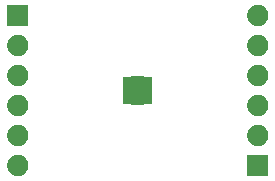
<source format=gbr>
G04 #@! TF.GenerationSoftware,KiCad,Pcbnew,(5.1.5-0-10_14)*
G04 #@! TF.CreationDate,2020-06-09T01:35:05-06:00*
G04 #@! TF.ProjectId,WSON-10,57534f4e-2d31-4302-9e6b-696361645f70,rev?*
G04 #@! TF.SameCoordinates,Original*
G04 #@! TF.FileFunction,Soldermask,Top*
G04 #@! TF.FilePolarity,Negative*
%FSLAX46Y46*%
G04 Gerber Fmt 4.6, Leading zero omitted, Abs format (unit mm)*
G04 Created by KiCad (PCBNEW (5.1.5-0-10_14)) date 2020-06-09 01:35:05*
%MOMM*%
%LPD*%
G04 APERTURE LIST*
%ADD10C,0.100000*%
G04 APERTURE END LIST*
D10*
G36*
X78244000Y-65417000D02*
G01*
X76442000Y-65417000D01*
X76442000Y-63615000D01*
X78244000Y-63615000D01*
X78244000Y-65417000D01*
G37*
G36*
X57136512Y-63619927D02*
G01*
X57285812Y-63649624D01*
X57449784Y-63717544D01*
X57597354Y-63816147D01*
X57722853Y-63941646D01*
X57821456Y-64089216D01*
X57889376Y-64253188D01*
X57924000Y-64427259D01*
X57924000Y-64604741D01*
X57889376Y-64778812D01*
X57821456Y-64942784D01*
X57722853Y-65090354D01*
X57597354Y-65215853D01*
X57449784Y-65314456D01*
X57285812Y-65382376D01*
X57136512Y-65412073D01*
X57111742Y-65417000D01*
X56934258Y-65417000D01*
X56909488Y-65412073D01*
X56760188Y-65382376D01*
X56596216Y-65314456D01*
X56448646Y-65215853D01*
X56323147Y-65090354D01*
X56224544Y-64942784D01*
X56156624Y-64778812D01*
X56122000Y-64604741D01*
X56122000Y-64427259D01*
X56156624Y-64253188D01*
X56224544Y-64089216D01*
X56323147Y-63941646D01*
X56448646Y-63816147D01*
X56596216Y-63717544D01*
X56760188Y-63649624D01*
X56909488Y-63619927D01*
X56934258Y-63615000D01*
X57111742Y-63615000D01*
X57136512Y-63619927D01*
G37*
G36*
X77456512Y-61079927D02*
G01*
X77605812Y-61109624D01*
X77769784Y-61177544D01*
X77917354Y-61276147D01*
X78042853Y-61401646D01*
X78141456Y-61549216D01*
X78209376Y-61713188D01*
X78244000Y-61887259D01*
X78244000Y-62064741D01*
X78209376Y-62238812D01*
X78141456Y-62402784D01*
X78042853Y-62550354D01*
X77917354Y-62675853D01*
X77769784Y-62774456D01*
X77605812Y-62842376D01*
X77456512Y-62872073D01*
X77431742Y-62877000D01*
X77254258Y-62877000D01*
X77229488Y-62872073D01*
X77080188Y-62842376D01*
X76916216Y-62774456D01*
X76768646Y-62675853D01*
X76643147Y-62550354D01*
X76544544Y-62402784D01*
X76476624Y-62238812D01*
X76442000Y-62064741D01*
X76442000Y-61887259D01*
X76476624Y-61713188D01*
X76544544Y-61549216D01*
X76643147Y-61401646D01*
X76768646Y-61276147D01*
X76916216Y-61177544D01*
X77080188Y-61109624D01*
X77229488Y-61079927D01*
X77254258Y-61075000D01*
X77431742Y-61075000D01*
X77456512Y-61079927D01*
G37*
G36*
X57136512Y-61079927D02*
G01*
X57285812Y-61109624D01*
X57449784Y-61177544D01*
X57597354Y-61276147D01*
X57722853Y-61401646D01*
X57821456Y-61549216D01*
X57889376Y-61713188D01*
X57924000Y-61887259D01*
X57924000Y-62064741D01*
X57889376Y-62238812D01*
X57821456Y-62402784D01*
X57722853Y-62550354D01*
X57597354Y-62675853D01*
X57449784Y-62774456D01*
X57285812Y-62842376D01*
X57136512Y-62872073D01*
X57111742Y-62877000D01*
X56934258Y-62877000D01*
X56909488Y-62872073D01*
X56760188Y-62842376D01*
X56596216Y-62774456D01*
X56448646Y-62675853D01*
X56323147Y-62550354D01*
X56224544Y-62402784D01*
X56156624Y-62238812D01*
X56122000Y-62064741D01*
X56122000Y-61887259D01*
X56156624Y-61713188D01*
X56224544Y-61549216D01*
X56323147Y-61401646D01*
X56448646Y-61276147D01*
X56596216Y-61177544D01*
X56760188Y-61109624D01*
X56909488Y-61079927D01*
X56934258Y-61075000D01*
X57111742Y-61075000D01*
X57136512Y-61079927D01*
G37*
G36*
X77456512Y-58539927D02*
G01*
X77605812Y-58569624D01*
X77769784Y-58637544D01*
X77917354Y-58736147D01*
X78042853Y-58861646D01*
X78141456Y-59009216D01*
X78209376Y-59173188D01*
X78244000Y-59347259D01*
X78244000Y-59524741D01*
X78209376Y-59698812D01*
X78141456Y-59862784D01*
X78042853Y-60010354D01*
X77917354Y-60135853D01*
X77769784Y-60234456D01*
X77605812Y-60302376D01*
X77456512Y-60332073D01*
X77431742Y-60337000D01*
X77254258Y-60337000D01*
X77229488Y-60332073D01*
X77080188Y-60302376D01*
X76916216Y-60234456D01*
X76768646Y-60135853D01*
X76643147Y-60010354D01*
X76544544Y-59862784D01*
X76476624Y-59698812D01*
X76442000Y-59524741D01*
X76442000Y-59347259D01*
X76476624Y-59173188D01*
X76544544Y-59009216D01*
X76643147Y-58861646D01*
X76768646Y-58736147D01*
X76916216Y-58637544D01*
X77080188Y-58569624D01*
X77229488Y-58539927D01*
X77254258Y-58535000D01*
X77431742Y-58535000D01*
X77456512Y-58539927D01*
G37*
G36*
X57136512Y-58539927D02*
G01*
X57285812Y-58569624D01*
X57449784Y-58637544D01*
X57597354Y-58736147D01*
X57722853Y-58861646D01*
X57821456Y-59009216D01*
X57889376Y-59173188D01*
X57924000Y-59347259D01*
X57924000Y-59524741D01*
X57889376Y-59698812D01*
X57821456Y-59862784D01*
X57722853Y-60010354D01*
X57597354Y-60135853D01*
X57449784Y-60234456D01*
X57285812Y-60302376D01*
X57136512Y-60332073D01*
X57111742Y-60337000D01*
X56934258Y-60337000D01*
X56909488Y-60332073D01*
X56760188Y-60302376D01*
X56596216Y-60234456D01*
X56448646Y-60135853D01*
X56323147Y-60010354D01*
X56224544Y-59862784D01*
X56156624Y-59698812D01*
X56122000Y-59524741D01*
X56122000Y-59347259D01*
X56156624Y-59173188D01*
X56224544Y-59009216D01*
X56323147Y-58861646D01*
X56448646Y-58736147D01*
X56596216Y-58637544D01*
X56760188Y-58569624D01*
X56909488Y-58539927D01*
X56934258Y-58535000D01*
X57111742Y-58535000D01*
X57136512Y-58539927D01*
G37*
G36*
X67649666Y-56934447D02*
G01*
X67665211Y-56953389D01*
X67684153Y-56968934D01*
X67705764Y-56980485D01*
X67729213Y-56987598D01*
X67753599Y-56990000D01*
X68408600Y-56990000D01*
X68408600Y-59342000D01*
X67753599Y-59342000D01*
X67729213Y-59344402D01*
X67705764Y-59351515D01*
X67684153Y-59363066D01*
X67665211Y-59378611D01*
X67649666Y-59397553D01*
X67639272Y-59417000D01*
X66675928Y-59417000D01*
X66665534Y-59397553D01*
X66649989Y-59378611D01*
X66631047Y-59363066D01*
X66609436Y-59351515D01*
X66585987Y-59344402D01*
X66561601Y-59342000D01*
X65906600Y-59342000D01*
X65906600Y-56990000D01*
X66561601Y-56990000D01*
X66585987Y-56987598D01*
X66609436Y-56980485D01*
X66631047Y-56968934D01*
X66649989Y-56953389D01*
X66665534Y-56934447D01*
X66675928Y-56915000D01*
X67639272Y-56915000D01*
X67649666Y-56934447D01*
G37*
G36*
X77456512Y-55999927D02*
G01*
X77605812Y-56029624D01*
X77769784Y-56097544D01*
X77917354Y-56196147D01*
X78042853Y-56321646D01*
X78141456Y-56469216D01*
X78209376Y-56633188D01*
X78244000Y-56807259D01*
X78244000Y-56984741D01*
X78209376Y-57158812D01*
X78141456Y-57322784D01*
X78042853Y-57470354D01*
X77917354Y-57595853D01*
X77769784Y-57694456D01*
X77605812Y-57762376D01*
X77456512Y-57792073D01*
X77431742Y-57797000D01*
X77254258Y-57797000D01*
X77229488Y-57792073D01*
X77080188Y-57762376D01*
X76916216Y-57694456D01*
X76768646Y-57595853D01*
X76643147Y-57470354D01*
X76544544Y-57322784D01*
X76476624Y-57158812D01*
X76442000Y-56984741D01*
X76442000Y-56807259D01*
X76476624Y-56633188D01*
X76544544Y-56469216D01*
X76643147Y-56321646D01*
X76768646Y-56196147D01*
X76916216Y-56097544D01*
X77080188Y-56029624D01*
X77229488Y-55999927D01*
X77254258Y-55995000D01*
X77431742Y-55995000D01*
X77456512Y-55999927D01*
G37*
G36*
X57136512Y-55999927D02*
G01*
X57285812Y-56029624D01*
X57449784Y-56097544D01*
X57597354Y-56196147D01*
X57722853Y-56321646D01*
X57821456Y-56469216D01*
X57889376Y-56633188D01*
X57924000Y-56807259D01*
X57924000Y-56984741D01*
X57889376Y-57158812D01*
X57821456Y-57322784D01*
X57722853Y-57470354D01*
X57597354Y-57595853D01*
X57449784Y-57694456D01*
X57285812Y-57762376D01*
X57136512Y-57792073D01*
X57111742Y-57797000D01*
X56934258Y-57797000D01*
X56909488Y-57792073D01*
X56760188Y-57762376D01*
X56596216Y-57694456D01*
X56448646Y-57595853D01*
X56323147Y-57470354D01*
X56224544Y-57322784D01*
X56156624Y-57158812D01*
X56122000Y-56984741D01*
X56122000Y-56807259D01*
X56156624Y-56633188D01*
X56224544Y-56469216D01*
X56323147Y-56321646D01*
X56448646Y-56196147D01*
X56596216Y-56097544D01*
X56760188Y-56029624D01*
X56909488Y-55999927D01*
X56934258Y-55995000D01*
X57111742Y-55995000D01*
X57136512Y-55999927D01*
G37*
G36*
X77456512Y-53459927D02*
G01*
X77605812Y-53489624D01*
X77769784Y-53557544D01*
X77917354Y-53656147D01*
X78042853Y-53781646D01*
X78141456Y-53929216D01*
X78209376Y-54093188D01*
X78244000Y-54267259D01*
X78244000Y-54444741D01*
X78209376Y-54618812D01*
X78141456Y-54782784D01*
X78042853Y-54930354D01*
X77917354Y-55055853D01*
X77769784Y-55154456D01*
X77605812Y-55222376D01*
X77456512Y-55252073D01*
X77431742Y-55257000D01*
X77254258Y-55257000D01*
X77229488Y-55252073D01*
X77080188Y-55222376D01*
X76916216Y-55154456D01*
X76768646Y-55055853D01*
X76643147Y-54930354D01*
X76544544Y-54782784D01*
X76476624Y-54618812D01*
X76442000Y-54444741D01*
X76442000Y-54267259D01*
X76476624Y-54093188D01*
X76544544Y-53929216D01*
X76643147Y-53781646D01*
X76768646Y-53656147D01*
X76916216Y-53557544D01*
X77080188Y-53489624D01*
X77229488Y-53459927D01*
X77254258Y-53455000D01*
X77431742Y-53455000D01*
X77456512Y-53459927D01*
G37*
G36*
X57136512Y-53459927D02*
G01*
X57285812Y-53489624D01*
X57449784Y-53557544D01*
X57597354Y-53656147D01*
X57722853Y-53781646D01*
X57821456Y-53929216D01*
X57889376Y-54093188D01*
X57924000Y-54267259D01*
X57924000Y-54444741D01*
X57889376Y-54618812D01*
X57821456Y-54782784D01*
X57722853Y-54930354D01*
X57597354Y-55055853D01*
X57449784Y-55154456D01*
X57285812Y-55222376D01*
X57136512Y-55252073D01*
X57111742Y-55257000D01*
X56934258Y-55257000D01*
X56909488Y-55252073D01*
X56760188Y-55222376D01*
X56596216Y-55154456D01*
X56448646Y-55055853D01*
X56323147Y-54930354D01*
X56224544Y-54782784D01*
X56156624Y-54618812D01*
X56122000Y-54444741D01*
X56122000Y-54267259D01*
X56156624Y-54093188D01*
X56224544Y-53929216D01*
X56323147Y-53781646D01*
X56448646Y-53656147D01*
X56596216Y-53557544D01*
X56760188Y-53489624D01*
X56909488Y-53459927D01*
X56934258Y-53455000D01*
X57111742Y-53455000D01*
X57136512Y-53459927D01*
G37*
G36*
X77456512Y-50919927D02*
G01*
X77605812Y-50949624D01*
X77769784Y-51017544D01*
X77917354Y-51116147D01*
X78042853Y-51241646D01*
X78141456Y-51389216D01*
X78209376Y-51553188D01*
X78244000Y-51727259D01*
X78244000Y-51904741D01*
X78209376Y-52078812D01*
X78141456Y-52242784D01*
X78042853Y-52390354D01*
X77917354Y-52515853D01*
X77769784Y-52614456D01*
X77605812Y-52682376D01*
X77456512Y-52712073D01*
X77431742Y-52717000D01*
X77254258Y-52717000D01*
X77229488Y-52712073D01*
X77080188Y-52682376D01*
X76916216Y-52614456D01*
X76768646Y-52515853D01*
X76643147Y-52390354D01*
X76544544Y-52242784D01*
X76476624Y-52078812D01*
X76442000Y-51904741D01*
X76442000Y-51727259D01*
X76476624Y-51553188D01*
X76544544Y-51389216D01*
X76643147Y-51241646D01*
X76768646Y-51116147D01*
X76916216Y-51017544D01*
X77080188Y-50949624D01*
X77229488Y-50919927D01*
X77254258Y-50915000D01*
X77431742Y-50915000D01*
X77456512Y-50919927D01*
G37*
G36*
X57924000Y-52717000D02*
G01*
X56122000Y-52717000D01*
X56122000Y-50915000D01*
X57924000Y-50915000D01*
X57924000Y-52717000D01*
G37*
M02*

</source>
